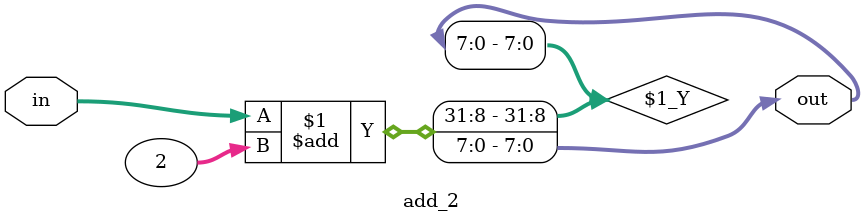
<source format=v>
module add_2 (in, out);
    input  wire [7:0] in;
    output wire [7:0] out;

    assign out = in + 2;

endmodule

</source>
